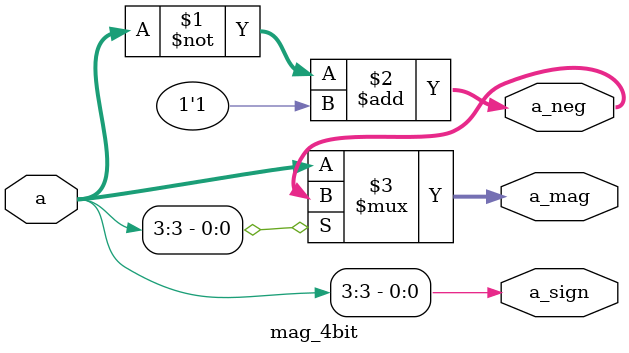
<source format=v>
module mag_4bit(a, a_mag, a_neg, a_sign);
input signed [3:0] a;
output wire a_sign;
output wire [3:0] a_neg;
output wire [3:0] a_mag;
assign a_sign = a[3];
assign a_neg = ~a + 1'b1;
assign a_mag = a_sign?a_neg:a;
endmodule
</source>
